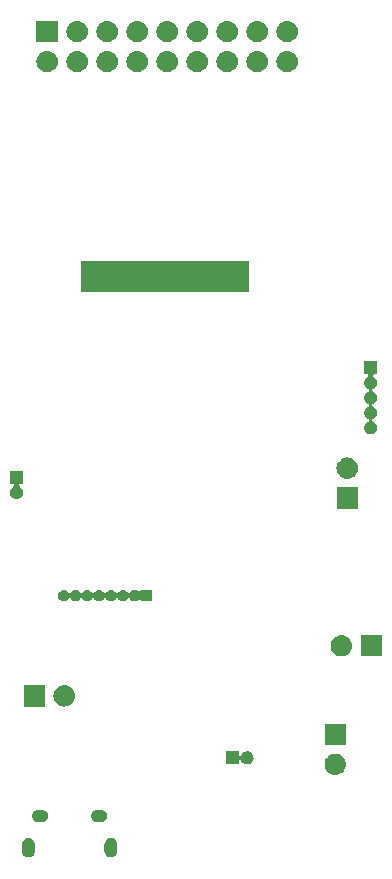
<source format=gbr>
G04 #@! TF.GenerationSoftware,KiCad,Pcbnew,5.0.1*
G04 #@! TF.CreationDate,2019-01-30T17:32:38+03:00*
G04 #@! TF.ProjectId,core,636F72652E6B696361645F7063620000,rev?*
G04 #@! TF.SameCoordinates,Original*
G04 #@! TF.FileFunction,Soldermask,Bot*
G04 #@! TF.FilePolarity,Negative*
%FSLAX46Y46*%
G04 Gerber Fmt 4.6, Leading zero omitted, Abs format (unit mm)*
G04 Created by KiCad (PCBNEW 5.0.1) date Wed 30 Jan 2019 05:32:38 PM MSK*
%MOMM*%
%LPD*%
G01*
G04 APERTURE LIST*
%ADD10C,0.100000*%
G04 APERTURE END LIST*
D10*
G36*
X165108014Y-118281973D02*
X165211878Y-118313479D01*
X165307600Y-118364644D01*
X165391501Y-118433499D01*
X165460356Y-118517400D01*
X165511521Y-118613121D01*
X165543027Y-118716985D01*
X165551000Y-118797933D01*
X165551000Y-119402067D01*
X165543027Y-119483015D01*
X165511521Y-119586879D01*
X165460356Y-119682600D01*
X165391501Y-119766501D01*
X165307600Y-119835356D01*
X165211879Y-119886521D01*
X165108015Y-119918027D01*
X165000000Y-119928666D01*
X164891986Y-119918027D01*
X164788122Y-119886521D01*
X164692401Y-119835356D01*
X164608500Y-119766501D01*
X164539645Y-119682600D01*
X164488480Y-119586879D01*
X164456973Y-119483015D01*
X164449000Y-119402067D01*
X164449000Y-118797934D01*
X164456973Y-118716986D01*
X164488479Y-118613122D01*
X164539644Y-118517400D01*
X164608499Y-118433499D01*
X164692400Y-118364644D01*
X164788121Y-118313479D01*
X164891985Y-118281973D01*
X165000000Y-118271334D01*
X165108014Y-118281973D01*
X165108014Y-118281973D01*
G37*
G36*
X158108014Y-118281973D02*
X158211878Y-118313479D01*
X158307600Y-118364644D01*
X158391501Y-118433499D01*
X158460356Y-118517400D01*
X158511521Y-118613121D01*
X158543027Y-118716985D01*
X158551000Y-118797933D01*
X158551000Y-119402067D01*
X158543027Y-119483015D01*
X158511521Y-119586879D01*
X158460356Y-119682600D01*
X158391501Y-119766501D01*
X158307600Y-119835356D01*
X158211879Y-119886521D01*
X158108015Y-119918027D01*
X158000000Y-119928666D01*
X157891986Y-119918027D01*
X157788122Y-119886521D01*
X157692401Y-119835356D01*
X157608500Y-119766501D01*
X157539645Y-119682600D01*
X157488480Y-119586879D01*
X157456973Y-119483015D01*
X157449000Y-119402067D01*
X157449000Y-118797934D01*
X157456973Y-118716986D01*
X157488479Y-118613122D01*
X157539644Y-118517400D01*
X157608499Y-118433499D01*
X157692400Y-118364644D01*
X157788121Y-118313479D01*
X157891985Y-118281973D01*
X158000000Y-118271334D01*
X158108014Y-118281973D01*
X158108014Y-118281973D01*
G37*
G36*
X164253114Y-115881611D02*
X164352265Y-115911688D01*
X164443644Y-115960531D01*
X164523738Y-116026262D01*
X164589469Y-116106356D01*
X164638312Y-116197735D01*
X164668389Y-116296886D01*
X164678545Y-116400000D01*
X164668389Y-116503114D01*
X164638312Y-116602265D01*
X164589469Y-116693644D01*
X164523738Y-116773738D01*
X164443644Y-116839469D01*
X164352265Y-116888312D01*
X164253114Y-116918389D01*
X164175839Y-116926000D01*
X163824161Y-116926000D01*
X163746886Y-116918389D01*
X163647735Y-116888312D01*
X163556356Y-116839469D01*
X163476262Y-116773738D01*
X163410531Y-116693644D01*
X163361688Y-116602265D01*
X163331611Y-116503114D01*
X163321455Y-116400000D01*
X163331611Y-116296886D01*
X163361688Y-116197735D01*
X163410531Y-116106356D01*
X163476262Y-116026262D01*
X163556356Y-115960531D01*
X163647735Y-115911688D01*
X163746886Y-115881611D01*
X163824161Y-115874000D01*
X164175839Y-115874000D01*
X164253114Y-115881611D01*
X164253114Y-115881611D01*
G37*
G36*
X159253114Y-115881611D02*
X159352265Y-115911688D01*
X159443644Y-115960531D01*
X159523738Y-116026262D01*
X159589469Y-116106356D01*
X159638312Y-116197735D01*
X159668389Y-116296886D01*
X159678545Y-116400000D01*
X159668389Y-116503114D01*
X159638312Y-116602265D01*
X159589469Y-116693644D01*
X159523738Y-116773738D01*
X159443644Y-116839469D01*
X159352265Y-116888312D01*
X159253114Y-116918389D01*
X159175839Y-116926000D01*
X158824161Y-116926000D01*
X158746886Y-116918389D01*
X158647735Y-116888312D01*
X158556356Y-116839469D01*
X158476262Y-116773738D01*
X158410531Y-116693644D01*
X158361688Y-116602265D01*
X158331611Y-116503114D01*
X158321455Y-116400000D01*
X158331611Y-116296886D01*
X158361688Y-116197735D01*
X158410531Y-116106356D01*
X158476262Y-116026262D01*
X158556356Y-115960531D01*
X158647735Y-115911688D01*
X158746886Y-115881611D01*
X158824161Y-115874000D01*
X159175839Y-115874000D01*
X159253114Y-115881611D01*
X159253114Y-115881611D01*
G37*
G36*
X184110443Y-111145519D02*
X184176627Y-111152037D01*
X184289853Y-111186384D01*
X184346467Y-111203557D01*
X184462633Y-111265650D01*
X184502991Y-111287222D01*
X184504086Y-111288121D01*
X184640186Y-111399814D01*
X184722405Y-111500000D01*
X184752778Y-111537009D01*
X184752779Y-111537011D01*
X184836443Y-111693533D01*
X184853616Y-111750147D01*
X184887963Y-111863373D01*
X184905359Y-112040000D01*
X184887963Y-112216627D01*
X184853616Y-112329853D01*
X184836443Y-112386467D01*
X184762348Y-112525087D01*
X184752778Y-112542991D01*
X184723448Y-112578729D01*
X184640186Y-112680186D01*
X184538729Y-112763448D01*
X184502991Y-112792778D01*
X184502989Y-112792779D01*
X184346467Y-112876443D01*
X184289853Y-112893616D01*
X184176627Y-112927963D01*
X184110443Y-112934481D01*
X184044260Y-112941000D01*
X183955740Y-112941000D01*
X183889557Y-112934481D01*
X183823373Y-112927963D01*
X183710147Y-112893616D01*
X183653533Y-112876443D01*
X183497011Y-112792779D01*
X183497009Y-112792778D01*
X183461271Y-112763448D01*
X183359814Y-112680186D01*
X183276552Y-112578729D01*
X183247222Y-112542991D01*
X183237652Y-112525087D01*
X183163557Y-112386467D01*
X183146384Y-112329853D01*
X183112037Y-112216627D01*
X183094641Y-112040000D01*
X183112037Y-111863373D01*
X183146384Y-111750147D01*
X183163557Y-111693533D01*
X183247221Y-111537011D01*
X183247222Y-111537009D01*
X183277595Y-111500000D01*
X183359814Y-111399814D01*
X183495914Y-111288121D01*
X183497009Y-111287222D01*
X183537367Y-111265650D01*
X183653533Y-111203557D01*
X183710147Y-111186384D01*
X183823373Y-111152037D01*
X183889557Y-111145519D01*
X183955740Y-111139000D01*
X184044260Y-111139000D01*
X184110443Y-111145519D01*
X184110443Y-111145519D01*
G37*
G36*
X175801000Y-111177262D02*
X175803402Y-111201648D01*
X175810515Y-111225097D01*
X175822066Y-111246708D01*
X175837612Y-111265650D01*
X175856554Y-111281196D01*
X175878165Y-111292747D01*
X175901614Y-111299860D01*
X175926000Y-111302262D01*
X175950386Y-111299860D01*
X175973835Y-111292747D01*
X175995446Y-111281196D01*
X176014388Y-111265650D01*
X176036236Y-111236192D01*
X176059644Y-111192400D01*
X176128499Y-111108499D01*
X176212400Y-111039644D01*
X176308121Y-110988479D01*
X176411985Y-110956973D01*
X176492933Y-110949000D01*
X176547067Y-110949000D01*
X176628015Y-110956973D01*
X176731879Y-110988479D01*
X176827600Y-111039644D01*
X176911501Y-111108499D01*
X176980356Y-111192400D01*
X177031521Y-111288121D01*
X177063027Y-111391985D01*
X177073666Y-111500000D01*
X177063027Y-111608015D01*
X177031521Y-111711879D01*
X176980356Y-111807600D01*
X176911501Y-111891501D01*
X176827600Y-111960356D01*
X176731879Y-112011521D01*
X176628015Y-112043027D01*
X176547067Y-112051000D01*
X176492933Y-112051000D01*
X176411985Y-112043027D01*
X176308121Y-112011521D01*
X176212400Y-111960356D01*
X176128499Y-111891501D01*
X176059644Y-111807600D01*
X176036234Y-111763805D01*
X176022626Y-111743439D01*
X176005299Y-111726111D01*
X175984924Y-111712498D01*
X175962285Y-111703120D01*
X175938252Y-111698340D01*
X175913748Y-111698340D01*
X175889714Y-111703121D01*
X175867075Y-111712498D01*
X175846701Y-111726112D01*
X175829373Y-111743439D01*
X175815760Y-111763814D01*
X175806382Y-111786453D01*
X175801000Y-111822738D01*
X175801000Y-112051000D01*
X174699000Y-112051000D01*
X174699000Y-110949000D01*
X175801000Y-110949000D01*
X175801000Y-111177262D01*
X175801000Y-111177262D01*
G37*
G36*
X184901000Y-110401000D02*
X183099000Y-110401000D01*
X183099000Y-108599000D01*
X184901000Y-108599000D01*
X184901000Y-110401000D01*
X184901000Y-110401000D01*
G37*
G36*
X159401000Y-107151000D02*
X157599000Y-107151000D01*
X157599000Y-105349000D01*
X159401000Y-105349000D01*
X159401000Y-107151000D01*
X159401000Y-107151000D01*
G37*
G36*
X161150443Y-105355519D02*
X161216627Y-105362037D01*
X161329853Y-105396384D01*
X161386467Y-105413557D01*
X161525087Y-105487652D01*
X161542991Y-105497222D01*
X161578729Y-105526552D01*
X161680186Y-105609814D01*
X161763448Y-105711271D01*
X161792778Y-105747009D01*
X161792779Y-105747011D01*
X161876443Y-105903533D01*
X161876443Y-105903534D01*
X161927963Y-106073373D01*
X161945359Y-106250000D01*
X161927963Y-106426627D01*
X161893616Y-106539853D01*
X161876443Y-106596467D01*
X161802348Y-106735087D01*
X161792778Y-106752991D01*
X161763448Y-106788729D01*
X161680186Y-106890186D01*
X161578729Y-106973448D01*
X161542991Y-107002778D01*
X161542989Y-107002779D01*
X161386467Y-107086443D01*
X161329853Y-107103616D01*
X161216627Y-107137963D01*
X161150443Y-107144481D01*
X161084260Y-107151000D01*
X160995740Y-107151000D01*
X160929557Y-107144481D01*
X160863373Y-107137963D01*
X160750147Y-107103616D01*
X160693533Y-107086443D01*
X160537011Y-107002779D01*
X160537009Y-107002778D01*
X160501271Y-106973448D01*
X160399814Y-106890186D01*
X160316552Y-106788729D01*
X160287222Y-106752991D01*
X160277652Y-106735087D01*
X160203557Y-106596467D01*
X160186384Y-106539853D01*
X160152037Y-106426627D01*
X160134641Y-106250000D01*
X160152037Y-106073373D01*
X160203557Y-105903534D01*
X160203557Y-105903533D01*
X160287221Y-105747011D01*
X160287222Y-105747009D01*
X160316552Y-105711271D01*
X160399814Y-105609814D01*
X160501271Y-105526552D01*
X160537009Y-105497222D01*
X160554913Y-105487652D01*
X160693533Y-105413557D01*
X160750147Y-105396384D01*
X160863373Y-105362037D01*
X160929557Y-105355519D01*
X160995740Y-105349000D01*
X161084260Y-105349000D01*
X161150443Y-105355519D01*
X161150443Y-105355519D01*
G37*
G36*
X187941000Y-102901000D02*
X186139000Y-102901000D01*
X186139000Y-101099000D01*
X187941000Y-101099000D01*
X187941000Y-102901000D01*
X187941000Y-102901000D01*
G37*
G36*
X184610442Y-101105518D02*
X184676627Y-101112037D01*
X184789853Y-101146384D01*
X184846467Y-101163557D01*
X184985087Y-101237652D01*
X185002991Y-101247222D01*
X185038729Y-101276552D01*
X185140186Y-101359814D01*
X185223448Y-101461271D01*
X185252778Y-101497009D01*
X185252779Y-101497011D01*
X185336443Y-101653533D01*
X185336443Y-101653534D01*
X185387963Y-101823373D01*
X185405359Y-102000000D01*
X185387963Y-102176627D01*
X185353616Y-102289853D01*
X185336443Y-102346467D01*
X185262348Y-102485087D01*
X185252778Y-102502991D01*
X185223448Y-102538729D01*
X185140186Y-102640186D01*
X185038729Y-102723448D01*
X185002991Y-102752778D01*
X185002989Y-102752779D01*
X184846467Y-102836443D01*
X184789853Y-102853616D01*
X184676627Y-102887963D01*
X184610443Y-102894481D01*
X184544260Y-102901000D01*
X184455740Y-102901000D01*
X184389558Y-102894482D01*
X184323373Y-102887963D01*
X184210147Y-102853616D01*
X184153533Y-102836443D01*
X183997011Y-102752779D01*
X183997009Y-102752778D01*
X183961271Y-102723448D01*
X183859814Y-102640186D01*
X183776552Y-102538729D01*
X183747222Y-102502991D01*
X183737652Y-102485087D01*
X183663557Y-102346467D01*
X183646384Y-102289853D01*
X183612037Y-102176627D01*
X183594641Y-102000000D01*
X183612037Y-101823373D01*
X183663557Y-101653534D01*
X183663557Y-101653533D01*
X183747221Y-101497011D01*
X183747222Y-101497009D01*
X183776552Y-101461271D01*
X183859814Y-101359814D01*
X183961271Y-101276552D01*
X183997009Y-101247222D01*
X184014913Y-101237652D01*
X184153533Y-101163557D01*
X184210147Y-101146384D01*
X184323373Y-101112037D01*
X184389558Y-101105518D01*
X184455740Y-101099000D01*
X184544260Y-101099000D01*
X184610442Y-101105518D01*
X184610442Y-101105518D01*
G37*
G36*
X161093312Y-97280887D02*
X161183039Y-97308106D01*
X161265731Y-97352306D01*
X161338211Y-97411789D01*
X161397694Y-97484269D01*
X161397696Y-97484273D01*
X161403373Y-97491191D01*
X161420700Y-97508518D01*
X161441075Y-97522132D01*
X161463714Y-97531509D01*
X161487747Y-97536290D01*
X161512251Y-97536290D01*
X161536285Y-97531510D01*
X161558924Y-97522133D01*
X161579299Y-97508519D01*
X161596627Y-97491191D01*
X161602304Y-97484273D01*
X161602306Y-97484269D01*
X161661789Y-97411789D01*
X161734269Y-97352306D01*
X161816961Y-97308106D01*
X161906688Y-97280887D01*
X161976616Y-97274000D01*
X162023384Y-97274000D01*
X162093312Y-97280887D01*
X162183039Y-97308106D01*
X162265731Y-97352306D01*
X162338211Y-97411789D01*
X162397694Y-97484269D01*
X162397696Y-97484273D01*
X162403373Y-97491191D01*
X162420700Y-97508518D01*
X162441075Y-97522132D01*
X162463714Y-97531509D01*
X162487747Y-97536290D01*
X162512251Y-97536290D01*
X162536285Y-97531510D01*
X162558924Y-97522133D01*
X162579299Y-97508519D01*
X162596627Y-97491191D01*
X162602304Y-97484273D01*
X162602306Y-97484269D01*
X162661789Y-97411789D01*
X162734269Y-97352306D01*
X162816961Y-97308106D01*
X162906688Y-97280887D01*
X162976616Y-97274000D01*
X163023384Y-97274000D01*
X163093312Y-97280887D01*
X163183039Y-97308106D01*
X163265731Y-97352306D01*
X163338211Y-97411789D01*
X163397694Y-97484269D01*
X163397696Y-97484273D01*
X163403373Y-97491191D01*
X163420700Y-97508518D01*
X163441075Y-97522132D01*
X163463714Y-97531509D01*
X163487747Y-97536290D01*
X163512251Y-97536290D01*
X163536285Y-97531510D01*
X163558924Y-97522133D01*
X163579299Y-97508519D01*
X163596627Y-97491191D01*
X163602304Y-97484273D01*
X163602306Y-97484269D01*
X163661789Y-97411789D01*
X163734269Y-97352306D01*
X163816961Y-97308106D01*
X163906688Y-97280887D01*
X163976616Y-97274000D01*
X164023384Y-97274000D01*
X164093312Y-97280887D01*
X164183039Y-97308106D01*
X164265731Y-97352306D01*
X164338211Y-97411789D01*
X164397694Y-97484269D01*
X164397696Y-97484273D01*
X164403373Y-97491191D01*
X164420700Y-97508518D01*
X164441075Y-97522132D01*
X164463714Y-97531509D01*
X164487747Y-97536290D01*
X164512251Y-97536290D01*
X164536285Y-97531510D01*
X164558924Y-97522133D01*
X164579299Y-97508519D01*
X164596627Y-97491191D01*
X164602304Y-97484273D01*
X164602306Y-97484269D01*
X164661789Y-97411789D01*
X164734269Y-97352306D01*
X164816961Y-97308106D01*
X164906688Y-97280887D01*
X164976616Y-97274000D01*
X165023384Y-97274000D01*
X165093312Y-97280887D01*
X165183039Y-97308106D01*
X165265731Y-97352306D01*
X165338211Y-97411789D01*
X165397694Y-97484269D01*
X165397696Y-97484273D01*
X165403373Y-97491191D01*
X165420700Y-97508518D01*
X165441075Y-97522132D01*
X165463714Y-97531509D01*
X165487747Y-97536290D01*
X165512251Y-97536290D01*
X165536285Y-97531510D01*
X165558924Y-97522133D01*
X165579299Y-97508519D01*
X165596627Y-97491191D01*
X165602304Y-97484273D01*
X165602306Y-97484269D01*
X165661789Y-97411789D01*
X165734269Y-97352306D01*
X165816961Y-97308106D01*
X165906688Y-97280887D01*
X165976616Y-97274000D01*
X166023384Y-97274000D01*
X166093312Y-97280887D01*
X166183039Y-97308106D01*
X166265731Y-97352306D01*
X166338211Y-97411789D01*
X166397694Y-97484269D01*
X166397696Y-97484273D01*
X166403373Y-97491191D01*
X166420700Y-97508518D01*
X166441075Y-97522132D01*
X166463714Y-97531509D01*
X166487747Y-97536290D01*
X166512251Y-97536290D01*
X166536285Y-97531510D01*
X166558924Y-97522133D01*
X166579299Y-97508519D01*
X166596627Y-97491191D01*
X166602304Y-97484273D01*
X166602306Y-97484269D01*
X166661789Y-97411789D01*
X166734269Y-97352306D01*
X166816961Y-97308106D01*
X166906688Y-97280887D01*
X166976616Y-97274000D01*
X167023384Y-97274000D01*
X167093312Y-97280887D01*
X167183039Y-97308106D01*
X167265731Y-97352306D01*
X167319706Y-97396603D01*
X167340076Y-97410212D01*
X167362715Y-97419590D01*
X167386748Y-97424370D01*
X167411253Y-97424370D01*
X167435286Y-97419589D01*
X167457925Y-97410212D01*
X167478300Y-97396598D01*
X167495627Y-97379271D01*
X167509240Y-97358896D01*
X167518618Y-97336257D01*
X167524000Y-97299972D01*
X167524000Y-97274000D01*
X168476000Y-97274000D01*
X168476000Y-98226000D01*
X167524000Y-98226000D01*
X167524000Y-98200028D01*
X167521598Y-98175642D01*
X167514485Y-98152193D01*
X167502934Y-98130582D01*
X167487388Y-98111640D01*
X167468446Y-98096094D01*
X167446835Y-98084543D01*
X167423386Y-98077430D01*
X167399000Y-98075028D01*
X167374614Y-98077430D01*
X167351165Y-98084543D01*
X167319705Y-98103399D01*
X167265731Y-98147694D01*
X167183039Y-98191894D01*
X167093312Y-98219113D01*
X167023384Y-98226000D01*
X166976616Y-98226000D01*
X166906688Y-98219113D01*
X166816961Y-98191894D01*
X166734269Y-98147694D01*
X166661789Y-98088211D01*
X166602306Y-98015731D01*
X166602303Y-98015725D01*
X166596627Y-98008809D01*
X166579300Y-97991482D01*
X166558925Y-97977868D01*
X166536286Y-97968491D01*
X166512253Y-97963710D01*
X166487749Y-97963710D01*
X166463715Y-97968490D01*
X166441076Y-97977867D01*
X166420701Y-97991481D01*
X166403373Y-98008809D01*
X166397697Y-98015725D01*
X166397694Y-98015731D01*
X166338211Y-98088211D01*
X166265731Y-98147694D01*
X166183039Y-98191894D01*
X166093312Y-98219113D01*
X166023384Y-98226000D01*
X165976616Y-98226000D01*
X165906688Y-98219113D01*
X165816961Y-98191894D01*
X165734269Y-98147694D01*
X165661789Y-98088211D01*
X165602306Y-98015731D01*
X165602303Y-98015725D01*
X165596627Y-98008809D01*
X165579300Y-97991482D01*
X165558925Y-97977868D01*
X165536286Y-97968491D01*
X165512253Y-97963710D01*
X165487749Y-97963710D01*
X165463715Y-97968490D01*
X165441076Y-97977867D01*
X165420701Y-97991481D01*
X165403373Y-98008809D01*
X165397697Y-98015725D01*
X165397694Y-98015731D01*
X165338211Y-98088211D01*
X165265731Y-98147694D01*
X165183039Y-98191894D01*
X165093312Y-98219113D01*
X165023384Y-98226000D01*
X164976616Y-98226000D01*
X164906688Y-98219113D01*
X164816961Y-98191894D01*
X164734269Y-98147694D01*
X164661789Y-98088211D01*
X164602306Y-98015731D01*
X164602303Y-98015725D01*
X164596627Y-98008809D01*
X164579300Y-97991482D01*
X164558925Y-97977868D01*
X164536286Y-97968491D01*
X164512253Y-97963710D01*
X164487749Y-97963710D01*
X164463715Y-97968490D01*
X164441076Y-97977867D01*
X164420701Y-97991481D01*
X164403373Y-98008809D01*
X164397697Y-98015725D01*
X164397694Y-98015731D01*
X164338211Y-98088211D01*
X164265731Y-98147694D01*
X164183039Y-98191894D01*
X164093312Y-98219113D01*
X164023384Y-98226000D01*
X163976616Y-98226000D01*
X163906688Y-98219113D01*
X163816961Y-98191894D01*
X163734269Y-98147694D01*
X163661789Y-98088211D01*
X163602306Y-98015731D01*
X163602303Y-98015725D01*
X163596627Y-98008809D01*
X163579300Y-97991482D01*
X163558925Y-97977868D01*
X163536286Y-97968491D01*
X163512253Y-97963710D01*
X163487749Y-97963710D01*
X163463715Y-97968490D01*
X163441076Y-97977867D01*
X163420701Y-97991481D01*
X163403373Y-98008809D01*
X163397697Y-98015725D01*
X163397694Y-98015731D01*
X163338211Y-98088211D01*
X163265731Y-98147694D01*
X163183039Y-98191894D01*
X163093312Y-98219113D01*
X163023384Y-98226000D01*
X162976616Y-98226000D01*
X162906688Y-98219113D01*
X162816961Y-98191894D01*
X162734269Y-98147694D01*
X162661789Y-98088211D01*
X162602306Y-98015731D01*
X162602303Y-98015725D01*
X162596627Y-98008809D01*
X162579300Y-97991482D01*
X162558925Y-97977868D01*
X162536286Y-97968491D01*
X162512253Y-97963710D01*
X162487749Y-97963710D01*
X162463715Y-97968490D01*
X162441076Y-97977867D01*
X162420701Y-97991481D01*
X162403373Y-98008809D01*
X162397697Y-98015725D01*
X162397694Y-98015731D01*
X162338211Y-98088211D01*
X162265731Y-98147694D01*
X162183039Y-98191894D01*
X162093312Y-98219113D01*
X162023384Y-98226000D01*
X161976616Y-98226000D01*
X161906688Y-98219113D01*
X161816961Y-98191894D01*
X161734269Y-98147694D01*
X161661789Y-98088211D01*
X161602306Y-98015731D01*
X161602303Y-98015725D01*
X161596627Y-98008809D01*
X161579300Y-97991482D01*
X161558925Y-97977868D01*
X161536286Y-97968491D01*
X161512253Y-97963710D01*
X161487749Y-97963710D01*
X161463715Y-97968490D01*
X161441076Y-97977867D01*
X161420701Y-97991481D01*
X161403373Y-98008809D01*
X161397697Y-98015725D01*
X161397694Y-98015731D01*
X161338211Y-98088211D01*
X161265731Y-98147694D01*
X161183039Y-98191894D01*
X161093312Y-98219113D01*
X161023384Y-98226000D01*
X160976616Y-98226000D01*
X160906688Y-98219113D01*
X160816961Y-98191894D01*
X160734269Y-98147694D01*
X160661789Y-98088211D01*
X160602306Y-98015731D01*
X160558106Y-97933039D01*
X160530887Y-97843312D01*
X160521697Y-97750000D01*
X160530887Y-97656688D01*
X160558106Y-97566961D01*
X160602306Y-97484269D01*
X160661789Y-97411789D01*
X160734269Y-97352306D01*
X160816961Y-97308106D01*
X160906688Y-97280887D01*
X160976616Y-97274000D01*
X161023384Y-97274000D01*
X161093312Y-97280887D01*
X161093312Y-97280887D01*
G37*
G36*
X185901000Y-90401000D02*
X184099000Y-90401000D01*
X184099000Y-88599000D01*
X185901000Y-88599000D01*
X185901000Y-90401000D01*
X185901000Y-90401000D01*
G37*
G36*
X157551000Y-88281000D02*
X157322738Y-88281000D01*
X157298352Y-88283402D01*
X157274903Y-88290515D01*
X157253292Y-88302066D01*
X157234350Y-88317612D01*
X157218804Y-88336554D01*
X157207253Y-88358165D01*
X157200140Y-88381614D01*
X157197738Y-88406000D01*
X157200140Y-88430386D01*
X157207253Y-88453835D01*
X157218804Y-88475446D01*
X157234350Y-88494388D01*
X157263808Y-88516236D01*
X157307600Y-88539644D01*
X157391501Y-88608499D01*
X157460356Y-88692400D01*
X157511521Y-88788121D01*
X157543027Y-88891985D01*
X157553666Y-89000000D01*
X157543027Y-89108015D01*
X157511521Y-89211879D01*
X157460356Y-89307600D01*
X157391501Y-89391501D01*
X157307600Y-89460356D01*
X157211879Y-89511521D01*
X157108015Y-89543027D01*
X157027067Y-89551000D01*
X156972933Y-89551000D01*
X156891985Y-89543027D01*
X156788121Y-89511521D01*
X156692400Y-89460356D01*
X156608499Y-89391501D01*
X156539644Y-89307600D01*
X156488479Y-89211879D01*
X156456973Y-89108015D01*
X156446334Y-89000000D01*
X156456973Y-88891985D01*
X156488479Y-88788121D01*
X156539644Y-88692400D01*
X156608499Y-88608499D01*
X156692400Y-88539644D01*
X156736195Y-88516234D01*
X156756561Y-88502626D01*
X156773889Y-88485299D01*
X156787502Y-88464924D01*
X156796880Y-88442285D01*
X156801660Y-88418252D01*
X156801660Y-88393748D01*
X156796879Y-88369714D01*
X156787502Y-88347075D01*
X156773888Y-88326701D01*
X156756561Y-88309373D01*
X156736186Y-88295760D01*
X156713547Y-88286382D01*
X156677262Y-88281000D01*
X156449000Y-88281000D01*
X156449000Y-87179000D01*
X157551000Y-87179000D01*
X157551000Y-88281000D01*
X157551000Y-88281000D01*
G37*
G36*
X185110442Y-86065518D02*
X185176627Y-86072037D01*
X185289853Y-86106384D01*
X185346467Y-86123557D01*
X185485087Y-86197652D01*
X185502991Y-86207222D01*
X185538729Y-86236552D01*
X185640186Y-86319814D01*
X185723448Y-86421271D01*
X185752778Y-86457009D01*
X185752779Y-86457011D01*
X185836443Y-86613533D01*
X185836443Y-86613534D01*
X185887963Y-86783373D01*
X185905359Y-86960000D01*
X185887963Y-87136627D01*
X185875109Y-87179000D01*
X185836443Y-87306467D01*
X185762348Y-87445087D01*
X185752778Y-87462991D01*
X185723448Y-87498729D01*
X185640186Y-87600186D01*
X185538729Y-87683448D01*
X185502991Y-87712778D01*
X185502989Y-87712779D01*
X185346467Y-87796443D01*
X185289853Y-87813616D01*
X185176627Y-87847963D01*
X185110442Y-87854482D01*
X185044260Y-87861000D01*
X184955740Y-87861000D01*
X184889557Y-87854481D01*
X184823373Y-87847963D01*
X184710147Y-87813616D01*
X184653533Y-87796443D01*
X184497011Y-87712779D01*
X184497009Y-87712778D01*
X184461271Y-87683448D01*
X184359814Y-87600186D01*
X184276552Y-87498729D01*
X184247222Y-87462991D01*
X184237652Y-87445087D01*
X184163557Y-87306467D01*
X184124891Y-87179000D01*
X184112037Y-87136627D01*
X184094641Y-86960000D01*
X184112037Y-86783373D01*
X184163557Y-86613534D01*
X184163557Y-86613533D01*
X184247221Y-86457011D01*
X184247222Y-86457009D01*
X184276552Y-86421271D01*
X184359814Y-86319814D01*
X184461271Y-86236552D01*
X184497009Y-86207222D01*
X184514913Y-86197652D01*
X184653533Y-86123557D01*
X184710147Y-86106384D01*
X184823373Y-86072037D01*
X184889558Y-86065518D01*
X184955740Y-86059000D01*
X185044260Y-86059000D01*
X185110442Y-86065518D01*
X185110442Y-86065518D01*
G37*
G36*
X187551000Y-79011000D02*
X187322738Y-79011000D01*
X187298352Y-79013402D01*
X187274903Y-79020515D01*
X187253292Y-79032066D01*
X187234350Y-79047612D01*
X187218804Y-79066554D01*
X187207253Y-79088165D01*
X187200140Y-79111614D01*
X187197738Y-79136000D01*
X187200140Y-79160386D01*
X187207253Y-79183835D01*
X187218804Y-79205446D01*
X187234350Y-79224388D01*
X187263808Y-79246236D01*
X187307600Y-79269644D01*
X187391501Y-79338499D01*
X187460356Y-79422400D01*
X187511521Y-79518121D01*
X187543027Y-79621985D01*
X187553666Y-79730000D01*
X187543027Y-79838015D01*
X187511521Y-79941879D01*
X187460356Y-80037600D01*
X187391501Y-80121501D01*
X187307600Y-80190356D01*
X187211879Y-80241521D01*
X187199142Y-80245385D01*
X187176507Y-80254760D01*
X187156133Y-80268374D01*
X187138806Y-80285701D01*
X187125192Y-80306076D01*
X187115814Y-80328715D01*
X187111034Y-80352748D01*
X187111034Y-80377252D01*
X187115815Y-80401286D01*
X187125192Y-80423925D01*
X187138806Y-80444299D01*
X187156133Y-80461626D01*
X187176508Y-80475240D01*
X187199142Y-80484615D01*
X187211879Y-80488479D01*
X187307600Y-80539644D01*
X187391501Y-80608499D01*
X187460356Y-80692400D01*
X187511521Y-80788121D01*
X187543027Y-80891985D01*
X187553666Y-81000000D01*
X187543027Y-81108015D01*
X187511521Y-81211879D01*
X187460356Y-81307600D01*
X187391501Y-81391501D01*
X187307600Y-81460356D01*
X187211879Y-81511521D01*
X187199142Y-81515385D01*
X187176507Y-81524760D01*
X187156133Y-81538374D01*
X187138806Y-81555701D01*
X187125192Y-81576076D01*
X187115814Y-81598715D01*
X187111034Y-81622748D01*
X187111034Y-81647252D01*
X187115815Y-81671286D01*
X187125192Y-81693925D01*
X187138806Y-81714299D01*
X187156133Y-81731626D01*
X187176508Y-81745240D01*
X187199142Y-81754615D01*
X187211879Y-81758479D01*
X187307600Y-81809644D01*
X187391501Y-81878499D01*
X187460356Y-81962400D01*
X187511521Y-82058121D01*
X187543027Y-82161985D01*
X187553666Y-82270000D01*
X187543027Y-82378015D01*
X187511521Y-82481879D01*
X187460356Y-82577600D01*
X187391501Y-82661501D01*
X187307600Y-82730356D01*
X187211879Y-82781521D01*
X187199142Y-82785385D01*
X187176507Y-82794760D01*
X187156133Y-82808374D01*
X187138806Y-82825701D01*
X187125192Y-82846076D01*
X187115814Y-82868715D01*
X187111034Y-82892748D01*
X187111034Y-82917252D01*
X187115815Y-82941286D01*
X187125192Y-82963925D01*
X187138806Y-82984299D01*
X187156133Y-83001626D01*
X187176508Y-83015240D01*
X187199142Y-83024615D01*
X187211879Y-83028479D01*
X187307600Y-83079644D01*
X187391501Y-83148499D01*
X187460356Y-83232400D01*
X187511521Y-83328121D01*
X187543027Y-83431985D01*
X187553666Y-83540000D01*
X187543027Y-83648015D01*
X187511521Y-83751879D01*
X187460356Y-83847600D01*
X187391501Y-83931501D01*
X187307600Y-84000356D01*
X187211879Y-84051521D01*
X187108015Y-84083027D01*
X187027067Y-84091000D01*
X186972933Y-84091000D01*
X186891985Y-84083027D01*
X186788121Y-84051521D01*
X186692400Y-84000356D01*
X186608499Y-83931501D01*
X186539644Y-83847600D01*
X186488479Y-83751879D01*
X186456973Y-83648015D01*
X186446334Y-83540000D01*
X186456973Y-83431985D01*
X186488479Y-83328121D01*
X186539644Y-83232400D01*
X186608499Y-83148499D01*
X186692400Y-83079644D01*
X186788121Y-83028479D01*
X186800858Y-83024615D01*
X186823493Y-83015240D01*
X186843867Y-83001626D01*
X186861194Y-82984299D01*
X186874808Y-82963924D01*
X186884186Y-82941285D01*
X186888966Y-82917252D01*
X186888966Y-82892748D01*
X186884185Y-82868714D01*
X186874808Y-82846075D01*
X186861194Y-82825701D01*
X186843867Y-82808374D01*
X186823492Y-82794760D01*
X186800858Y-82785385D01*
X186788121Y-82781521D01*
X186692400Y-82730356D01*
X186608499Y-82661501D01*
X186539644Y-82577600D01*
X186488479Y-82481879D01*
X186456973Y-82378015D01*
X186446334Y-82270000D01*
X186456973Y-82161985D01*
X186488479Y-82058121D01*
X186539644Y-81962400D01*
X186608499Y-81878499D01*
X186692400Y-81809644D01*
X186788121Y-81758479D01*
X186800858Y-81754615D01*
X186823493Y-81745240D01*
X186843867Y-81731626D01*
X186861194Y-81714299D01*
X186874808Y-81693924D01*
X186884186Y-81671285D01*
X186888966Y-81647252D01*
X186888966Y-81622748D01*
X186884185Y-81598714D01*
X186874808Y-81576075D01*
X186861194Y-81555701D01*
X186843867Y-81538374D01*
X186823492Y-81524760D01*
X186800858Y-81515385D01*
X186788121Y-81511521D01*
X186692400Y-81460356D01*
X186608499Y-81391501D01*
X186539644Y-81307600D01*
X186488479Y-81211879D01*
X186456973Y-81108015D01*
X186446334Y-81000000D01*
X186456973Y-80891985D01*
X186488479Y-80788121D01*
X186539644Y-80692400D01*
X186608499Y-80608499D01*
X186692400Y-80539644D01*
X186788121Y-80488479D01*
X186800858Y-80484615D01*
X186823493Y-80475240D01*
X186843867Y-80461626D01*
X186861194Y-80444299D01*
X186874808Y-80423924D01*
X186884186Y-80401285D01*
X186888966Y-80377252D01*
X186888966Y-80352748D01*
X186884185Y-80328714D01*
X186874808Y-80306075D01*
X186861194Y-80285701D01*
X186843867Y-80268374D01*
X186823492Y-80254760D01*
X186800858Y-80245385D01*
X186788121Y-80241521D01*
X186692400Y-80190356D01*
X186608499Y-80121501D01*
X186539644Y-80037600D01*
X186488479Y-79941879D01*
X186456973Y-79838015D01*
X186446334Y-79730000D01*
X186456973Y-79621985D01*
X186488479Y-79518121D01*
X186539644Y-79422400D01*
X186608499Y-79338499D01*
X186692400Y-79269644D01*
X186736195Y-79246234D01*
X186756561Y-79232626D01*
X186773889Y-79215299D01*
X186787502Y-79194924D01*
X186796880Y-79172285D01*
X186801660Y-79148252D01*
X186801660Y-79123748D01*
X186796879Y-79099714D01*
X186787502Y-79077075D01*
X186773888Y-79056701D01*
X186756561Y-79039373D01*
X186736186Y-79025760D01*
X186713547Y-79016382D01*
X186677262Y-79011000D01*
X186449000Y-79011000D01*
X186449000Y-77909000D01*
X187551000Y-77909000D01*
X187551000Y-79011000D01*
X187551000Y-79011000D01*
G37*
G36*
X176705000Y-72067481D02*
X162495000Y-72067481D01*
X162495000Y-69465481D01*
X176705000Y-69465481D01*
X176705000Y-72067481D01*
X176705000Y-72067481D01*
G37*
G36*
X164780443Y-51645519D02*
X164846627Y-51652037D01*
X164959853Y-51686384D01*
X165016467Y-51703557D01*
X165155087Y-51777652D01*
X165172991Y-51787222D01*
X165208729Y-51816552D01*
X165310186Y-51899814D01*
X165393448Y-52001271D01*
X165422778Y-52037009D01*
X165422779Y-52037011D01*
X165506443Y-52193533D01*
X165506443Y-52193534D01*
X165557963Y-52363373D01*
X165575359Y-52540000D01*
X165557963Y-52716627D01*
X165523616Y-52829853D01*
X165506443Y-52886467D01*
X165432348Y-53025087D01*
X165422778Y-53042991D01*
X165393448Y-53078729D01*
X165310186Y-53180186D01*
X165208729Y-53263448D01*
X165172991Y-53292778D01*
X165172989Y-53292779D01*
X165016467Y-53376443D01*
X164959853Y-53393616D01*
X164846627Y-53427963D01*
X164780443Y-53434481D01*
X164714260Y-53441000D01*
X164625740Y-53441000D01*
X164559557Y-53434481D01*
X164493373Y-53427963D01*
X164380147Y-53393616D01*
X164323533Y-53376443D01*
X164167011Y-53292779D01*
X164167009Y-53292778D01*
X164131271Y-53263448D01*
X164029814Y-53180186D01*
X163946552Y-53078729D01*
X163917222Y-53042991D01*
X163907652Y-53025087D01*
X163833557Y-52886467D01*
X163816384Y-52829853D01*
X163782037Y-52716627D01*
X163764641Y-52540000D01*
X163782037Y-52363373D01*
X163833557Y-52193534D01*
X163833557Y-52193533D01*
X163917221Y-52037011D01*
X163917222Y-52037009D01*
X163946552Y-52001271D01*
X164029814Y-51899814D01*
X164131271Y-51816552D01*
X164167009Y-51787222D01*
X164184913Y-51777652D01*
X164323533Y-51703557D01*
X164380147Y-51686384D01*
X164493373Y-51652037D01*
X164559557Y-51645519D01*
X164625740Y-51639000D01*
X164714260Y-51639000D01*
X164780443Y-51645519D01*
X164780443Y-51645519D01*
G37*
G36*
X174940443Y-51645519D02*
X175006627Y-51652037D01*
X175119853Y-51686384D01*
X175176467Y-51703557D01*
X175315087Y-51777652D01*
X175332991Y-51787222D01*
X175368729Y-51816552D01*
X175470186Y-51899814D01*
X175553448Y-52001271D01*
X175582778Y-52037009D01*
X175582779Y-52037011D01*
X175666443Y-52193533D01*
X175666443Y-52193534D01*
X175717963Y-52363373D01*
X175735359Y-52540000D01*
X175717963Y-52716627D01*
X175683616Y-52829853D01*
X175666443Y-52886467D01*
X175592348Y-53025087D01*
X175582778Y-53042991D01*
X175553448Y-53078729D01*
X175470186Y-53180186D01*
X175368729Y-53263448D01*
X175332991Y-53292778D01*
X175332989Y-53292779D01*
X175176467Y-53376443D01*
X175119853Y-53393616D01*
X175006627Y-53427963D01*
X174940443Y-53434481D01*
X174874260Y-53441000D01*
X174785740Y-53441000D01*
X174719557Y-53434481D01*
X174653373Y-53427963D01*
X174540147Y-53393616D01*
X174483533Y-53376443D01*
X174327011Y-53292779D01*
X174327009Y-53292778D01*
X174291271Y-53263448D01*
X174189814Y-53180186D01*
X174106552Y-53078729D01*
X174077222Y-53042991D01*
X174067652Y-53025087D01*
X173993557Y-52886467D01*
X173976384Y-52829853D01*
X173942037Y-52716627D01*
X173924641Y-52540000D01*
X173942037Y-52363373D01*
X173993557Y-52193534D01*
X173993557Y-52193533D01*
X174077221Y-52037011D01*
X174077222Y-52037009D01*
X174106552Y-52001271D01*
X174189814Y-51899814D01*
X174291271Y-51816552D01*
X174327009Y-51787222D01*
X174344913Y-51777652D01*
X174483533Y-51703557D01*
X174540147Y-51686384D01*
X174653373Y-51652037D01*
X174719557Y-51645519D01*
X174785740Y-51639000D01*
X174874260Y-51639000D01*
X174940443Y-51645519D01*
X174940443Y-51645519D01*
G37*
G36*
X172400443Y-51645519D02*
X172466627Y-51652037D01*
X172579853Y-51686384D01*
X172636467Y-51703557D01*
X172775087Y-51777652D01*
X172792991Y-51787222D01*
X172828729Y-51816552D01*
X172930186Y-51899814D01*
X173013448Y-52001271D01*
X173042778Y-52037009D01*
X173042779Y-52037011D01*
X173126443Y-52193533D01*
X173126443Y-52193534D01*
X173177963Y-52363373D01*
X173195359Y-52540000D01*
X173177963Y-52716627D01*
X173143616Y-52829853D01*
X173126443Y-52886467D01*
X173052348Y-53025087D01*
X173042778Y-53042991D01*
X173013448Y-53078729D01*
X172930186Y-53180186D01*
X172828729Y-53263448D01*
X172792991Y-53292778D01*
X172792989Y-53292779D01*
X172636467Y-53376443D01*
X172579853Y-53393616D01*
X172466627Y-53427963D01*
X172400443Y-53434481D01*
X172334260Y-53441000D01*
X172245740Y-53441000D01*
X172179557Y-53434481D01*
X172113373Y-53427963D01*
X172000147Y-53393616D01*
X171943533Y-53376443D01*
X171787011Y-53292779D01*
X171787009Y-53292778D01*
X171751271Y-53263448D01*
X171649814Y-53180186D01*
X171566552Y-53078729D01*
X171537222Y-53042991D01*
X171527652Y-53025087D01*
X171453557Y-52886467D01*
X171436384Y-52829853D01*
X171402037Y-52716627D01*
X171384641Y-52540000D01*
X171402037Y-52363373D01*
X171453557Y-52193534D01*
X171453557Y-52193533D01*
X171537221Y-52037011D01*
X171537222Y-52037009D01*
X171566552Y-52001271D01*
X171649814Y-51899814D01*
X171751271Y-51816552D01*
X171787009Y-51787222D01*
X171804913Y-51777652D01*
X171943533Y-51703557D01*
X172000147Y-51686384D01*
X172113373Y-51652037D01*
X172179557Y-51645519D01*
X172245740Y-51639000D01*
X172334260Y-51639000D01*
X172400443Y-51645519D01*
X172400443Y-51645519D01*
G37*
G36*
X169860443Y-51645519D02*
X169926627Y-51652037D01*
X170039853Y-51686384D01*
X170096467Y-51703557D01*
X170235087Y-51777652D01*
X170252991Y-51787222D01*
X170288729Y-51816552D01*
X170390186Y-51899814D01*
X170473448Y-52001271D01*
X170502778Y-52037009D01*
X170502779Y-52037011D01*
X170586443Y-52193533D01*
X170586443Y-52193534D01*
X170637963Y-52363373D01*
X170655359Y-52540000D01*
X170637963Y-52716627D01*
X170603616Y-52829853D01*
X170586443Y-52886467D01*
X170512348Y-53025087D01*
X170502778Y-53042991D01*
X170473448Y-53078729D01*
X170390186Y-53180186D01*
X170288729Y-53263448D01*
X170252991Y-53292778D01*
X170252989Y-53292779D01*
X170096467Y-53376443D01*
X170039853Y-53393616D01*
X169926627Y-53427963D01*
X169860443Y-53434481D01*
X169794260Y-53441000D01*
X169705740Y-53441000D01*
X169639557Y-53434481D01*
X169573373Y-53427963D01*
X169460147Y-53393616D01*
X169403533Y-53376443D01*
X169247011Y-53292779D01*
X169247009Y-53292778D01*
X169211271Y-53263448D01*
X169109814Y-53180186D01*
X169026552Y-53078729D01*
X168997222Y-53042991D01*
X168987652Y-53025087D01*
X168913557Y-52886467D01*
X168896384Y-52829853D01*
X168862037Y-52716627D01*
X168844641Y-52540000D01*
X168862037Y-52363373D01*
X168913557Y-52193534D01*
X168913557Y-52193533D01*
X168997221Y-52037011D01*
X168997222Y-52037009D01*
X169026552Y-52001271D01*
X169109814Y-51899814D01*
X169211271Y-51816552D01*
X169247009Y-51787222D01*
X169264913Y-51777652D01*
X169403533Y-51703557D01*
X169460147Y-51686384D01*
X169573373Y-51652037D01*
X169639557Y-51645519D01*
X169705740Y-51639000D01*
X169794260Y-51639000D01*
X169860443Y-51645519D01*
X169860443Y-51645519D01*
G37*
G36*
X167320443Y-51645519D02*
X167386627Y-51652037D01*
X167499853Y-51686384D01*
X167556467Y-51703557D01*
X167695087Y-51777652D01*
X167712991Y-51787222D01*
X167748729Y-51816552D01*
X167850186Y-51899814D01*
X167933448Y-52001271D01*
X167962778Y-52037009D01*
X167962779Y-52037011D01*
X168046443Y-52193533D01*
X168046443Y-52193534D01*
X168097963Y-52363373D01*
X168115359Y-52540000D01*
X168097963Y-52716627D01*
X168063616Y-52829853D01*
X168046443Y-52886467D01*
X167972348Y-53025087D01*
X167962778Y-53042991D01*
X167933448Y-53078729D01*
X167850186Y-53180186D01*
X167748729Y-53263448D01*
X167712991Y-53292778D01*
X167712989Y-53292779D01*
X167556467Y-53376443D01*
X167499853Y-53393616D01*
X167386627Y-53427963D01*
X167320443Y-53434481D01*
X167254260Y-53441000D01*
X167165740Y-53441000D01*
X167099557Y-53434481D01*
X167033373Y-53427963D01*
X166920147Y-53393616D01*
X166863533Y-53376443D01*
X166707011Y-53292779D01*
X166707009Y-53292778D01*
X166671271Y-53263448D01*
X166569814Y-53180186D01*
X166486552Y-53078729D01*
X166457222Y-53042991D01*
X166447652Y-53025087D01*
X166373557Y-52886467D01*
X166356384Y-52829853D01*
X166322037Y-52716627D01*
X166304641Y-52540000D01*
X166322037Y-52363373D01*
X166373557Y-52193534D01*
X166373557Y-52193533D01*
X166457221Y-52037011D01*
X166457222Y-52037009D01*
X166486552Y-52001271D01*
X166569814Y-51899814D01*
X166671271Y-51816552D01*
X166707009Y-51787222D01*
X166724913Y-51777652D01*
X166863533Y-51703557D01*
X166920147Y-51686384D01*
X167033373Y-51652037D01*
X167099557Y-51645519D01*
X167165740Y-51639000D01*
X167254260Y-51639000D01*
X167320443Y-51645519D01*
X167320443Y-51645519D01*
G37*
G36*
X162240443Y-51645519D02*
X162306627Y-51652037D01*
X162419853Y-51686384D01*
X162476467Y-51703557D01*
X162615087Y-51777652D01*
X162632991Y-51787222D01*
X162668729Y-51816552D01*
X162770186Y-51899814D01*
X162853448Y-52001271D01*
X162882778Y-52037009D01*
X162882779Y-52037011D01*
X162966443Y-52193533D01*
X162966443Y-52193534D01*
X163017963Y-52363373D01*
X163035359Y-52540000D01*
X163017963Y-52716627D01*
X162983616Y-52829853D01*
X162966443Y-52886467D01*
X162892348Y-53025087D01*
X162882778Y-53042991D01*
X162853448Y-53078729D01*
X162770186Y-53180186D01*
X162668729Y-53263448D01*
X162632991Y-53292778D01*
X162632989Y-53292779D01*
X162476467Y-53376443D01*
X162419853Y-53393616D01*
X162306627Y-53427963D01*
X162240443Y-53434481D01*
X162174260Y-53441000D01*
X162085740Y-53441000D01*
X162019557Y-53434481D01*
X161953373Y-53427963D01*
X161840147Y-53393616D01*
X161783533Y-53376443D01*
X161627011Y-53292779D01*
X161627009Y-53292778D01*
X161591271Y-53263448D01*
X161489814Y-53180186D01*
X161406552Y-53078729D01*
X161377222Y-53042991D01*
X161367652Y-53025087D01*
X161293557Y-52886467D01*
X161276384Y-52829853D01*
X161242037Y-52716627D01*
X161224641Y-52540000D01*
X161242037Y-52363373D01*
X161293557Y-52193534D01*
X161293557Y-52193533D01*
X161377221Y-52037011D01*
X161377222Y-52037009D01*
X161406552Y-52001271D01*
X161489814Y-51899814D01*
X161591271Y-51816552D01*
X161627009Y-51787222D01*
X161644913Y-51777652D01*
X161783533Y-51703557D01*
X161840147Y-51686384D01*
X161953373Y-51652037D01*
X162019557Y-51645519D01*
X162085740Y-51639000D01*
X162174260Y-51639000D01*
X162240443Y-51645519D01*
X162240443Y-51645519D01*
G37*
G36*
X159700443Y-51645519D02*
X159766627Y-51652037D01*
X159879853Y-51686384D01*
X159936467Y-51703557D01*
X160075087Y-51777652D01*
X160092991Y-51787222D01*
X160128729Y-51816552D01*
X160230186Y-51899814D01*
X160313448Y-52001271D01*
X160342778Y-52037009D01*
X160342779Y-52037011D01*
X160426443Y-52193533D01*
X160426443Y-52193534D01*
X160477963Y-52363373D01*
X160495359Y-52540000D01*
X160477963Y-52716627D01*
X160443616Y-52829853D01*
X160426443Y-52886467D01*
X160352348Y-53025087D01*
X160342778Y-53042991D01*
X160313448Y-53078729D01*
X160230186Y-53180186D01*
X160128729Y-53263448D01*
X160092991Y-53292778D01*
X160092989Y-53292779D01*
X159936467Y-53376443D01*
X159879853Y-53393616D01*
X159766627Y-53427963D01*
X159700443Y-53434481D01*
X159634260Y-53441000D01*
X159545740Y-53441000D01*
X159479557Y-53434481D01*
X159413373Y-53427963D01*
X159300147Y-53393616D01*
X159243533Y-53376443D01*
X159087011Y-53292779D01*
X159087009Y-53292778D01*
X159051271Y-53263448D01*
X158949814Y-53180186D01*
X158866552Y-53078729D01*
X158837222Y-53042991D01*
X158827652Y-53025087D01*
X158753557Y-52886467D01*
X158736384Y-52829853D01*
X158702037Y-52716627D01*
X158684641Y-52540000D01*
X158702037Y-52363373D01*
X158753557Y-52193534D01*
X158753557Y-52193533D01*
X158837221Y-52037011D01*
X158837222Y-52037009D01*
X158866552Y-52001271D01*
X158949814Y-51899814D01*
X159051271Y-51816552D01*
X159087009Y-51787222D01*
X159104913Y-51777652D01*
X159243533Y-51703557D01*
X159300147Y-51686384D01*
X159413373Y-51652037D01*
X159479557Y-51645519D01*
X159545740Y-51639000D01*
X159634260Y-51639000D01*
X159700443Y-51645519D01*
X159700443Y-51645519D01*
G37*
G36*
X180020443Y-51645519D02*
X180086627Y-51652037D01*
X180199853Y-51686384D01*
X180256467Y-51703557D01*
X180395087Y-51777652D01*
X180412991Y-51787222D01*
X180448729Y-51816552D01*
X180550186Y-51899814D01*
X180633448Y-52001271D01*
X180662778Y-52037009D01*
X180662779Y-52037011D01*
X180746443Y-52193533D01*
X180746443Y-52193534D01*
X180797963Y-52363373D01*
X180815359Y-52540000D01*
X180797963Y-52716627D01*
X180763616Y-52829853D01*
X180746443Y-52886467D01*
X180672348Y-53025087D01*
X180662778Y-53042991D01*
X180633448Y-53078729D01*
X180550186Y-53180186D01*
X180448729Y-53263448D01*
X180412991Y-53292778D01*
X180412989Y-53292779D01*
X180256467Y-53376443D01*
X180199853Y-53393616D01*
X180086627Y-53427963D01*
X180020443Y-53434481D01*
X179954260Y-53441000D01*
X179865740Y-53441000D01*
X179799557Y-53434481D01*
X179733373Y-53427963D01*
X179620147Y-53393616D01*
X179563533Y-53376443D01*
X179407011Y-53292779D01*
X179407009Y-53292778D01*
X179371271Y-53263448D01*
X179269814Y-53180186D01*
X179186552Y-53078729D01*
X179157222Y-53042991D01*
X179147652Y-53025087D01*
X179073557Y-52886467D01*
X179056384Y-52829853D01*
X179022037Y-52716627D01*
X179004641Y-52540000D01*
X179022037Y-52363373D01*
X179073557Y-52193534D01*
X179073557Y-52193533D01*
X179157221Y-52037011D01*
X179157222Y-52037009D01*
X179186552Y-52001271D01*
X179269814Y-51899814D01*
X179371271Y-51816552D01*
X179407009Y-51787222D01*
X179424913Y-51777652D01*
X179563533Y-51703557D01*
X179620147Y-51686384D01*
X179733373Y-51652037D01*
X179799557Y-51645519D01*
X179865740Y-51639000D01*
X179954260Y-51639000D01*
X180020443Y-51645519D01*
X180020443Y-51645519D01*
G37*
G36*
X177480443Y-51645519D02*
X177546627Y-51652037D01*
X177659853Y-51686384D01*
X177716467Y-51703557D01*
X177855087Y-51777652D01*
X177872991Y-51787222D01*
X177908729Y-51816552D01*
X178010186Y-51899814D01*
X178093448Y-52001271D01*
X178122778Y-52037009D01*
X178122779Y-52037011D01*
X178206443Y-52193533D01*
X178206443Y-52193534D01*
X178257963Y-52363373D01*
X178275359Y-52540000D01*
X178257963Y-52716627D01*
X178223616Y-52829853D01*
X178206443Y-52886467D01*
X178132348Y-53025087D01*
X178122778Y-53042991D01*
X178093448Y-53078729D01*
X178010186Y-53180186D01*
X177908729Y-53263448D01*
X177872991Y-53292778D01*
X177872989Y-53292779D01*
X177716467Y-53376443D01*
X177659853Y-53393616D01*
X177546627Y-53427963D01*
X177480443Y-53434481D01*
X177414260Y-53441000D01*
X177325740Y-53441000D01*
X177259557Y-53434481D01*
X177193373Y-53427963D01*
X177080147Y-53393616D01*
X177023533Y-53376443D01*
X176867011Y-53292779D01*
X176867009Y-53292778D01*
X176831271Y-53263448D01*
X176729814Y-53180186D01*
X176646552Y-53078729D01*
X176617222Y-53042991D01*
X176607652Y-53025087D01*
X176533557Y-52886467D01*
X176516384Y-52829853D01*
X176482037Y-52716627D01*
X176464641Y-52540000D01*
X176482037Y-52363373D01*
X176533557Y-52193534D01*
X176533557Y-52193533D01*
X176617221Y-52037011D01*
X176617222Y-52037009D01*
X176646552Y-52001271D01*
X176729814Y-51899814D01*
X176831271Y-51816552D01*
X176867009Y-51787222D01*
X176884913Y-51777652D01*
X177023533Y-51703557D01*
X177080147Y-51686384D01*
X177193373Y-51652037D01*
X177259557Y-51645519D01*
X177325740Y-51639000D01*
X177414260Y-51639000D01*
X177480443Y-51645519D01*
X177480443Y-51645519D01*
G37*
G36*
X160491000Y-50901000D02*
X158689000Y-50901000D01*
X158689000Y-49099000D01*
X160491000Y-49099000D01*
X160491000Y-50901000D01*
X160491000Y-50901000D01*
G37*
G36*
X180020443Y-49105519D02*
X180086627Y-49112037D01*
X180199853Y-49146384D01*
X180256467Y-49163557D01*
X180395087Y-49237652D01*
X180412991Y-49247222D01*
X180448729Y-49276552D01*
X180550186Y-49359814D01*
X180633448Y-49461271D01*
X180662778Y-49497009D01*
X180662779Y-49497011D01*
X180746443Y-49653533D01*
X180746443Y-49653534D01*
X180797963Y-49823373D01*
X180815359Y-50000000D01*
X180797963Y-50176627D01*
X180763616Y-50289853D01*
X180746443Y-50346467D01*
X180672348Y-50485087D01*
X180662778Y-50502991D01*
X180633448Y-50538729D01*
X180550186Y-50640186D01*
X180448729Y-50723448D01*
X180412991Y-50752778D01*
X180412989Y-50752779D01*
X180256467Y-50836443D01*
X180199853Y-50853616D01*
X180086627Y-50887963D01*
X180020443Y-50894481D01*
X179954260Y-50901000D01*
X179865740Y-50901000D01*
X179799557Y-50894481D01*
X179733373Y-50887963D01*
X179620147Y-50853616D01*
X179563533Y-50836443D01*
X179407011Y-50752779D01*
X179407009Y-50752778D01*
X179371271Y-50723448D01*
X179269814Y-50640186D01*
X179186552Y-50538729D01*
X179157222Y-50502991D01*
X179147652Y-50485087D01*
X179073557Y-50346467D01*
X179056384Y-50289853D01*
X179022037Y-50176627D01*
X179004641Y-50000000D01*
X179022037Y-49823373D01*
X179073557Y-49653534D01*
X179073557Y-49653533D01*
X179157221Y-49497011D01*
X179157222Y-49497009D01*
X179186552Y-49461271D01*
X179269814Y-49359814D01*
X179371271Y-49276552D01*
X179407009Y-49247222D01*
X179424913Y-49237652D01*
X179563533Y-49163557D01*
X179620147Y-49146384D01*
X179733373Y-49112037D01*
X179799557Y-49105519D01*
X179865740Y-49099000D01*
X179954260Y-49099000D01*
X180020443Y-49105519D01*
X180020443Y-49105519D01*
G37*
G36*
X177480443Y-49105519D02*
X177546627Y-49112037D01*
X177659853Y-49146384D01*
X177716467Y-49163557D01*
X177855087Y-49237652D01*
X177872991Y-49247222D01*
X177908729Y-49276552D01*
X178010186Y-49359814D01*
X178093448Y-49461271D01*
X178122778Y-49497009D01*
X178122779Y-49497011D01*
X178206443Y-49653533D01*
X178206443Y-49653534D01*
X178257963Y-49823373D01*
X178275359Y-50000000D01*
X178257963Y-50176627D01*
X178223616Y-50289853D01*
X178206443Y-50346467D01*
X178132348Y-50485087D01*
X178122778Y-50502991D01*
X178093448Y-50538729D01*
X178010186Y-50640186D01*
X177908729Y-50723448D01*
X177872991Y-50752778D01*
X177872989Y-50752779D01*
X177716467Y-50836443D01*
X177659853Y-50853616D01*
X177546627Y-50887963D01*
X177480443Y-50894481D01*
X177414260Y-50901000D01*
X177325740Y-50901000D01*
X177259557Y-50894481D01*
X177193373Y-50887963D01*
X177080147Y-50853616D01*
X177023533Y-50836443D01*
X176867011Y-50752779D01*
X176867009Y-50752778D01*
X176831271Y-50723448D01*
X176729814Y-50640186D01*
X176646552Y-50538729D01*
X176617222Y-50502991D01*
X176607652Y-50485087D01*
X176533557Y-50346467D01*
X176516384Y-50289853D01*
X176482037Y-50176627D01*
X176464641Y-50000000D01*
X176482037Y-49823373D01*
X176533557Y-49653534D01*
X176533557Y-49653533D01*
X176617221Y-49497011D01*
X176617222Y-49497009D01*
X176646552Y-49461271D01*
X176729814Y-49359814D01*
X176831271Y-49276552D01*
X176867009Y-49247222D01*
X176884913Y-49237652D01*
X177023533Y-49163557D01*
X177080147Y-49146384D01*
X177193373Y-49112037D01*
X177259557Y-49105519D01*
X177325740Y-49099000D01*
X177414260Y-49099000D01*
X177480443Y-49105519D01*
X177480443Y-49105519D01*
G37*
G36*
X174940443Y-49105519D02*
X175006627Y-49112037D01*
X175119853Y-49146384D01*
X175176467Y-49163557D01*
X175315087Y-49237652D01*
X175332991Y-49247222D01*
X175368729Y-49276552D01*
X175470186Y-49359814D01*
X175553448Y-49461271D01*
X175582778Y-49497009D01*
X175582779Y-49497011D01*
X175666443Y-49653533D01*
X175666443Y-49653534D01*
X175717963Y-49823373D01*
X175735359Y-50000000D01*
X175717963Y-50176627D01*
X175683616Y-50289853D01*
X175666443Y-50346467D01*
X175592348Y-50485087D01*
X175582778Y-50502991D01*
X175553448Y-50538729D01*
X175470186Y-50640186D01*
X175368729Y-50723448D01*
X175332991Y-50752778D01*
X175332989Y-50752779D01*
X175176467Y-50836443D01*
X175119853Y-50853616D01*
X175006627Y-50887963D01*
X174940443Y-50894481D01*
X174874260Y-50901000D01*
X174785740Y-50901000D01*
X174719557Y-50894481D01*
X174653373Y-50887963D01*
X174540147Y-50853616D01*
X174483533Y-50836443D01*
X174327011Y-50752779D01*
X174327009Y-50752778D01*
X174291271Y-50723448D01*
X174189814Y-50640186D01*
X174106552Y-50538729D01*
X174077222Y-50502991D01*
X174067652Y-50485087D01*
X173993557Y-50346467D01*
X173976384Y-50289853D01*
X173942037Y-50176627D01*
X173924641Y-50000000D01*
X173942037Y-49823373D01*
X173993557Y-49653534D01*
X173993557Y-49653533D01*
X174077221Y-49497011D01*
X174077222Y-49497009D01*
X174106552Y-49461271D01*
X174189814Y-49359814D01*
X174291271Y-49276552D01*
X174327009Y-49247222D01*
X174344913Y-49237652D01*
X174483533Y-49163557D01*
X174540147Y-49146384D01*
X174653373Y-49112037D01*
X174719557Y-49105519D01*
X174785740Y-49099000D01*
X174874260Y-49099000D01*
X174940443Y-49105519D01*
X174940443Y-49105519D01*
G37*
G36*
X172400443Y-49105519D02*
X172466627Y-49112037D01*
X172579853Y-49146384D01*
X172636467Y-49163557D01*
X172775087Y-49237652D01*
X172792991Y-49247222D01*
X172828729Y-49276552D01*
X172930186Y-49359814D01*
X173013448Y-49461271D01*
X173042778Y-49497009D01*
X173042779Y-49497011D01*
X173126443Y-49653533D01*
X173126443Y-49653534D01*
X173177963Y-49823373D01*
X173195359Y-50000000D01*
X173177963Y-50176627D01*
X173143616Y-50289853D01*
X173126443Y-50346467D01*
X173052348Y-50485087D01*
X173042778Y-50502991D01*
X173013448Y-50538729D01*
X172930186Y-50640186D01*
X172828729Y-50723448D01*
X172792991Y-50752778D01*
X172792989Y-50752779D01*
X172636467Y-50836443D01*
X172579853Y-50853616D01*
X172466627Y-50887963D01*
X172400443Y-50894481D01*
X172334260Y-50901000D01*
X172245740Y-50901000D01*
X172179557Y-50894481D01*
X172113373Y-50887963D01*
X172000147Y-50853616D01*
X171943533Y-50836443D01*
X171787011Y-50752779D01*
X171787009Y-50752778D01*
X171751271Y-50723448D01*
X171649814Y-50640186D01*
X171566552Y-50538729D01*
X171537222Y-50502991D01*
X171527652Y-50485087D01*
X171453557Y-50346467D01*
X171436384Y-50289853D01*
X171402037Y-50176627D01*
X171384641Y-50000000D01*
X171402037Y-49823373D01*
X171453557Y-49653534D01*
X171453557Y-49653533D01*
X171537221Y-49497011D01*
X171537222Y-49497009D01*
X171566552Y-49461271D01*
X171649814Y-49359814D01*
X171751271Y-49276552D01*
X171787009Y-49247222D01*
X171804913Y-49237652D01*
X171943533Y-49163557D01*
X172000147Y-49146384D01*
X172113373Y-49112037D01*
X172179557Y-49105519D01*
X172245740Y-49099000D01*
X172334260Y-49099000D01*
X172400443Y-49105519D01*
X172400443Y-49105519D01*
G37*
G36*
X169860443Y-49105519D02*
X169926627Y-49112037D01*
X170039853Y-49146384D01*
X170096467Y-49163557D01*
X170235087Y-49237652D01*
X170252991Y-49247222D01*
X170288729Y-49276552D01*
X170390186Y-49359814D01*
X170473448Y-49461271D01*
X170502778Y-49497009D01*
X170502779Y-49497011D01*
X170586443Y-49653533D01*
X170586443Y-49653534D01*
X170637963Y-49823373D01*
X170655359Y-50000000D01*
X170637963Y-50176627D01*
X170603616Y-50289853D01*
X170586443Y-50346467D01*
X170512348Y-50485087D01*
X170502778Y-50502991D01*
X170473448Y-50538729D01*
X170390186Y-50640186D01*
X170288729Y-50723448D01*
X170252991Y-50752778D01*
X170252989Y-50752779D01*
X170096467Y-50836443D01*
X170039853Y-50853616D01*
X169926627Y-50887963D01*
X169860443Y-50894481D01*
X169794260Y-50901000D01*
X169705740Y-50901000D01*
X169639557Y-50894481D01*
X169573373Y-50887963D01*
X169460147Y-50853616D01*
X169403533Y-50836443D01*
X169247011Y-50752779D01*
X169247009Y-50752778D01*
X169211271Y-50723448D01*
X169109814Y-50640186D01*
X169026552Y-50538729D01*
X168997222Y-50502991D01*
X168987652Y-50485087D01*
X168913557Y-50346467D01*
X168896384Y-50289853D01*
X168862037Y-50176627D01*
X168844641Y-50000000D01*
X168862037Y-49823373D01*
X168913557Y-49653534D01*
X168913557Y-49653533D01*
X168997221Y-49497011D01*
X168997222Y-49497009D01*
X169026552Y-49461271D01*
X169109814Y-49359814D01*
X169211271Y-49276552D01*
X169247009Y-49247222D01*
X169264913Y-49237652D01*
X169403533Y-49163557D01*
X169460147Y-49146384D01*
X169573373Y-49112037D01*
X169639557Y-49105519D01*
X169705740Y-49099000D01*
X169794260Y-49099000D01*
X169860443Y-49105519D01*
X169860443Y-49105519D01*
G37*
G36*
X167320443Y-49105519D02*
X167386627Y-49112037D01*
X167499853Y-49146384D01*
X167556467Y-49163557D01*
X167695087Y-49237652D01*
X167712991Y-49247222D01*
X167748729Y-49276552D01*
X167850186Y-49359814D01*
X167933448Y-49461271D01*
X167962778Y-49497009D01*
X167962779Y-49497011D01*
X168046443Y-49653533D01*
X168046443Y-49653534D01*
X168097963Y-49823373D01*
X168115359Y-50000000D01*
X168097963Y-50176627D01*
X168063616Y-50289853D01*
X168046443Y-50346467D01*
X167972348Y-50485087D01*
X167962778Y-50502991D01*
X167933448Y-50538729D01*
X167850186Y-50640186D01*
X167748729Y-50723448D01*
X167712991Y-50752778D01*
X167712989Y-50752779D01*
X167556467Y-50836443D01*
X167499853Y-50853616D01*
X167386627Y-50887963D01*
X167320443Y-50894481D01*
X167254260Y-50901000D01*
X167165740Y-50901000D01*
X167099557Y-50894481D01*
X167033373Y-50887963D01*
X166920147Y-50853616D01*
X166863533Y-50836443D01*
X166707011Y-50752779D01*
X166707009Y-50752778D01*
X166671271Y-50723448D01*
X166569814Y-50640186D01*
X166486552Y-50538729D01*
X166457222Y-50502991D01*
X166447652Y-50485087D01*
X166373557Y-50346467D01*
X166356384Y-50289853D01*
X166322037Y-50176627D01*
X166304641Y-50000000D01*
X166322037Y-49823373D01*
X166373557Y-49653534D01*
X166373557Y-49653533D01*
X166457221Y-49497011D01*
X166457222Y-49497009D01*
X166486552Y-49461271D01*
X166569814Y-49359814D01*
X166671271Y-49276552D01*
X166707009Y-49247222D01*
X166724913Y-49237652D01*
X166863533Y-49163557D01*
X166920147Y-49146384D01*
X167033373Y-49112037D01*
X167099557Y-49105519D01*
X167165740Y-49099000D01*
X167254260Y-49099000D01*
X167320443Y-49105519D01*
X167320443Y-49105519D01*
G37*
G36*
X164780443Y-49105519D02*
X164846627Y-49112037D01*
X164959853Y-49146384D01*
X165016467Y-49163557D01*
X165155087Y-49237652D01*
X165172991Y-49247222D01*
X165208729Y-49276552D01*
X165310186Y-49359814D01*
X165393448Y-49461271D01*
X165422778Y-49497009D01*
X165422779Y-49497011D01*
X165506443Y-49653533D01*
X165506443Y-49653534D01*
X165557963Y-49823373D01*
X165575359Y-50000000D01*
X165557963Y-50176627D01*
X165523616Y-50289853D01*
X165506443Y-50346467D01*
X165432348Y-50485087D01*
X165422778Y-50502991D01*
X165393448Y-50538729D01*
X165310186Y-50640186D01*
X165208729Y-50723448D01*
X165172991Y-50752778D01*
X165172989Y-50752779D01*
X165016467Y-50836443D01*
X164959853Y-50853616D01*
X164846627Y-50887963D01*
X164780443Y-50894481D01*
X164714260Y-50901000D01*
X164625740Y-50901000D01*
X164559557Y-50894481D01*
X164493373Y-50887963D01*
X164380147Y-50853616D01*
X164323533Y-50836443D01*
X164167011Y-50752779D01*
X164167009Y-50752778D01*
X164131271Y-50723448D01*
X164029814Y-50640186D01*
X163946552Y-50538729D01*
X163917222Y-50502991D01*
X163907652Y-50485087D01*
X163833557Y-50346467D01*
X163816384Y-50289853D01*
X163782037Y-50176627D01*
X163764641Y-50000000D01*
X163782037Y-49823373D01*
X163833557Y-49653534D01*
X163833557Y-49653533D01*
X163917221Y-49497011D01*
X163917222Y-49497009D01*
X163946552Y-49461271D01*
X164029814Y-49359814D01*
X164131271Y-49276552D01*
X164167009Y-49247222D01*
X164184913Y-49237652D01*
X164323533Y-49163557D01*
X164380147Y-49146384D01*
X164493373Y-49112037D01*
X164559557Y-49105519D01*
X164625740Y-49099000D01*
X164714260Y-49099000D01*
X164780443Y-49105519D01*
X164780443Y-49105519D01*
G37*
G36*
X162240443Y-49105519D02*
X162306627Y-49112037D01*
X162419853Y-49146384D01*
X162476467Y-49163557D01*
X162615087Y-49237652D01*
X162632991Y-49247222D01*
X162668729Y-49276552D01*
X162770186Y-49359814D01*
X162853448Y-49461271D01*
X162882778Y-49497009D01*
X162882779Y-49497011D01*
X162966443Y-49653533D01*
X162966443Y-49653534D01*
X163017963Y-49823373D01*
X163035359Y-50000000D01*
X163017963Y-50176627D01*
X162983616Y-50289853D01*
X162966443Y-50346467D01*
X162892348Y-50485087D01*
X162882778Y-50502991D01*
X162853448Y-50538729D01*
X162770186Y-50640186D01*
X162668729Y-50723448D01*
X162632991Y-50752778D01*
X162632989Y-50752779D01*
X162476467Y-50836443D01*
X162419853Y-50853616D01*
X162306627Y-50887963D01*
X162240443Y-50894481D01*
X162174260Y-50901000D01*
X162085740Y-50901000D01*
X162019557Y-50894481D01*
X161953373Y-50887963D01*
X161840147Y-50853616D01*
X161783533Y-50836443D01*
X161627011Y-50752779D01*
X161627009Y-50752778D01*
X161591271Y-50723448D01*
X161489814Y-50640186D01*
X161406552Y-50538729D01*
X161377222Y-50502991D01*
X161367652Y-50485087D01*
X161293557Y-50346467D01*
X161276384Y-50289853D01*
X161242037Y-50176627D01*
X161224641Y-50000000D01*
X161242037Y-49823373D01*
X161293557Y-49653534D01*
X161293557Y-49653533D01*
X161377221Y-49497011D01*
X161377222Y-49497009D01*
X161406552Y-49461271D01*
X161489814Y-49359814D01*
X161591271Y-49276552D01*
X161627009Y-49247222D01*
X161644913Y-49237652D01*
X161783533Y-49163557D01*
X161840147Y-49146384D01*
X161953373Y-49112037D01*
X162019557Y-49105519D01*
X162085740Y-49099000D01*
X162174260Y-49099000D01*
X162240443Y-49105519D01*
X162240443Y-49105519D01*
G37*
M02*

</source>
